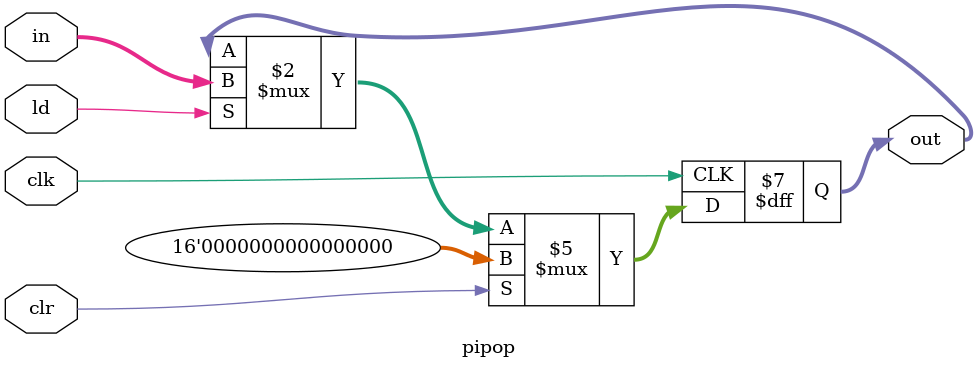
<source format=v>
module pipop(clk,in,out,clr,ld);
    input [15:0] in;
    output reg [15:0]out;
    input clk,clr,ld;
    always@(posedge clk)
    begin
    if(clr)
        begin
            out<=16'b0;
        end
    else if(ld) begin
        out<=in;
        end
            
    
    end

endmodule

</source>
